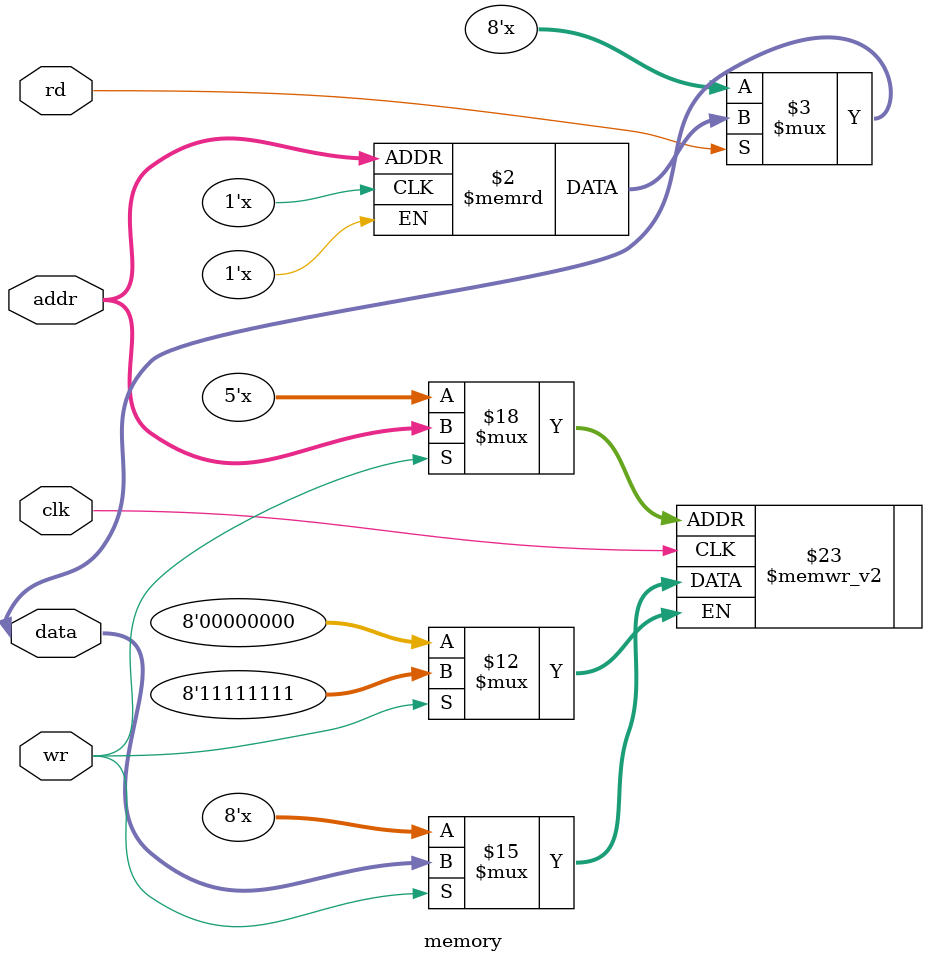
<source format=v>
module memory #(
  parameter AWIDTH = 5,
  parameter DWIDTH = 8
)(
  input wire clk,
  input wire wr,
  input wire rd,
  input wire [AWIDTH-1:0] addr,
  inout wire [DWIDTH-1:0] data
);

  // Use 1<<AWIDTH to calculate the number of memory locations
  // 1<<AWIDTH is equivalent to 2^AWIDTH
  reg [DWIDTH-1:0] mem[0:(1<<AWIDTH)-1];

  // Data output assignment
  //
  // If rd is high, assign data = mem[addr]
  // If rd is low, assign data = {DWIDTH{1'bz}}
  // This is equivalent to assigning data = 8'bzzzzzzzz
  // So if rd is false, the wr wire will win
  assign data = (rd) ? mem[addr] : {DWIDTH{1'bz}};

  always @(posedge clk) begin
    if (wr) begin
      mem[addr] <= data;
    end
  end

endmodule


</source>
